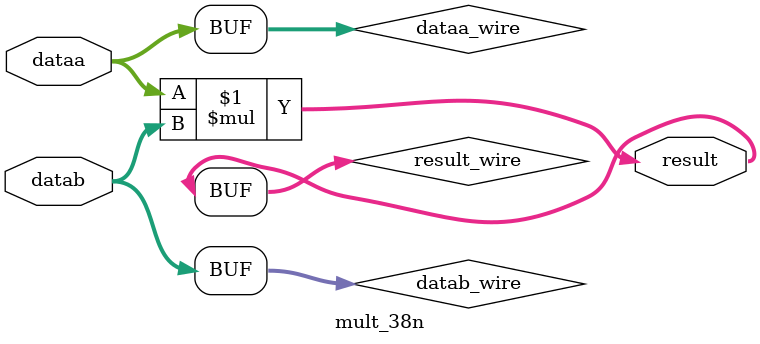
<source format=v>






//synthesis_resources = 
//synopsys translate_off
`timescale 1 ps / 1 ps
//synopsys translate_on
module  mult_38n
	( 
	dataa,
	datab,
	result) /* synthesis synthesis_clearbox=1 */;
	input   [11:0]  dataa;
	input   [11:0]  datab;
	output   [23:0]  result;

	wire [11:0]    dataa_wire;
	wire [11:0]    datab_wire;
	wire [23:0]    result_wire;



	assign dataa_wire = dataa;
	assign datab_wire = datab;
	assign result_wire = dataa_wire * datab_wire;
	assign result = ({result_wire[23:0]});

endmodule //mult_38n
//VALID FILE

</source>
